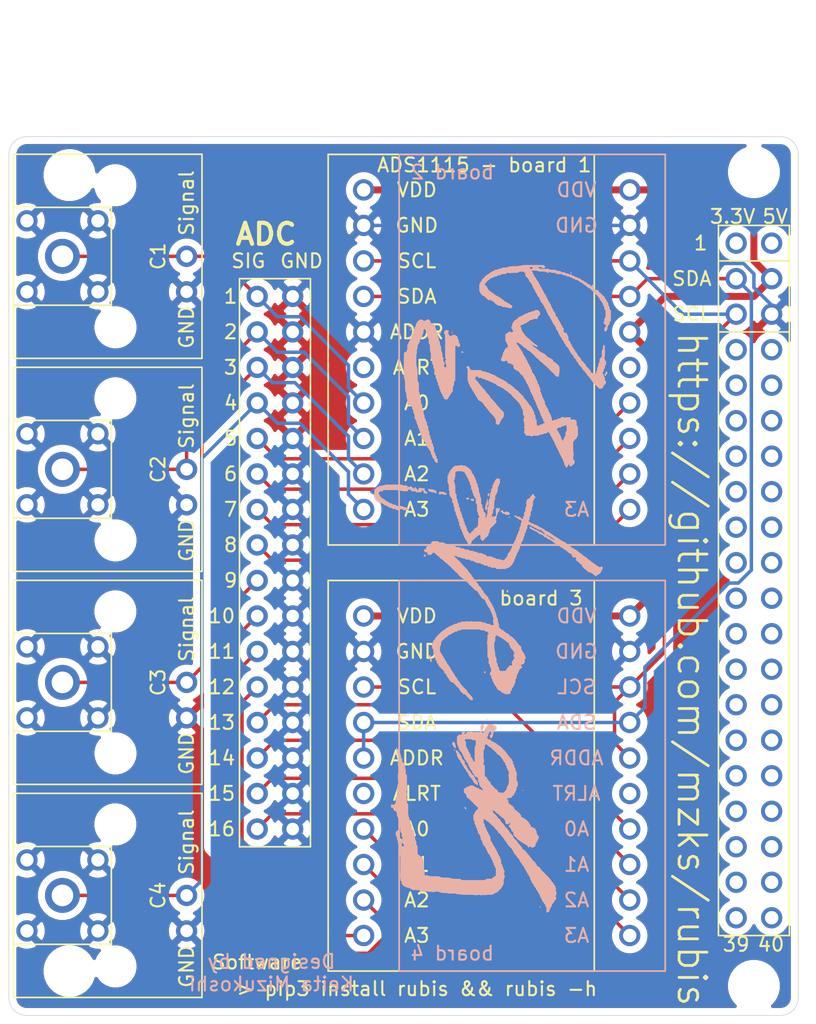
<source format=kicad_pcb>
(kicad_pcb (version 20171130) (host pcbnew "(5.1.10-1-10_14)")
  (layers (0 F.Cu signal) (31 B.Cu signal) (34 B.Paste user) (35 F.Paste user) (36 B.SilkS user) (37 F.SilkS user) (38 B.Mask user) (39 F.Mask user) (44 Edge.Cuts user))
  (net 0 "")
  (net 1 ch1)
  (net 2 ch2)
  (net 3 ch3)
  (net 4 ch4)
  (net 5 "Net-(U1-Pad1)")
  (net 6 +5V)
  (net 7 SDA)
  (net 8 SCL)
  (net 9 GND)
  (net 10 "Net-(U1-Pad7)")
  (net 11 "Net-(U1-Pad8)")
  (net 12 "Net-(U1-Pad10)")
  (net 13 "Net-(U1-Pad11)")
  (net 14 "Net-(U1-Pad12)")
  (net 15 "Net-(U1-Pad13)")
  (net 16 "Net-(U1-Pad15)")
  (net 17 "Net-(U1-Pad16)")
  (net 18 "Net-(U1-Pad17)")
  (net 19 "Net-(U1-Pad18)")
  (net 20 "Net-(U1-Pad19)")
  (net 21 "Net-(U1-Pad21)")
  (net 22 "Net-(U1-Pad22)")
  (net 23 "Net-(U1-Pad23)")
  (net 24 "Net-(U1-Pad24)")
  (net 25 "Net-(U1-Pad26)")
  (net 26 "Net-(U1-Pad27)")
  (net 27 "Net-(U1-Pad28)")
  (net 28 "Net-(U1-Pad29)")
  (net 29 "Net-(U1-Pad31)")
  (net 30 "Net-(U1-Pad32)")
  (net 31 "Net-(U1-Pad33)")
  (net 32 "Net-(U1-Pad35)")
  (net 33 "Net-(U1-Pad36)")
  (net 34 "Net-(U1-Pad37)")
  (net 35 "Net-(U1-Pad38)")
  (net 36 "Net-(U1-Pad40)")
  (net 37 ch5)
  (net 38 ch6)
  (net 39 ch7)
  (net 40 ch8)
  (net 41 ch9)
  (net 42 ch10)
  (net 43 ch11)
  (net 44 ch12)
  (net 45 ch13)
  (net 46 ch14)
  (net 47 ch15)
  (net 48 ch16)
  (net 49 "Net-(A1-Pad6)")
  (net 50 "Net-(A2-Pad6)")
  (net 51 "Net-(A3-Pad6)")
  (net 52 "Net-(A4-Pad6)")
  (net 53 "Net-(U1-Pad2)")
  (net 54 "Net-(U1-Pad39)")
  (net 55 "Net-(U1-Pad34)")
  (net 56 "Net-(U1-Pad30)")
  (net 57 "Net-(U1-Pad25)")
  (net 58 "Net-(U1-Pad20)")
  (net 59 "Net-(U1-Pad14)")
  (net 60 "Net-(U1-Pad9)")
  (module mzks_proto:hole2_7 (layer F.Cu) (at 124.99 120.015)
    (fp_text reference REF** hide)
    (fp_text value hole2_7 hide)
    (pad "" np_thru_hole circle (at 0 -0.635) (size 2.7 2.7) (drill 2.7) (layers *.Cu *.Mask))
  )
  (module mzks_proto:hole2_7 (layer F.Cu) (at 133.985 50.165)
    (fp_text reference REF** hide)
    (fp_text value hole2_7 hide)
    (pad "" np_thru_hole circle (at -8.995 12.275) (size 2.7 2.7) (drill 2.7) (layers *.Cu *.Mask))
  )
  (module mzks_proto:hole2_7 (layer F.Cu) (at 173.99 62.23)
    (fp_text reference REF** hide)
    (fp_text value hole2_7 hide)
    (pad "" np_thru_hole circle (at 0 0) (size 2.7 2.7) (drill 2.7) (layers *.Cu *.Mask))
  )
  (module mzks_proto:hole2_7 (layer F.Cu) (at 173.99 119.38)
    (fp_text reference REF** hide)
    (fp_text value hole2_7 hide)
    (pad "" np_thru_hole circle (at 0 1.06) (size 2.7 2.7) (drill 2.7) (layers *.Cu *.Mask))
  )
  (module logo:logo (layer B.Cu) (at 155.575 92.075 180)
    (fp_text reference G*** hide)
    (fp_text value LOGO hide)
  )
  (module mzks_proto:BNC (layer F.Cu) (at 133.375 113.97 90)
    (fp_text reference C4 (at 0 -2.04 90) (layer F.SilkS))
    (fp_text value BNC)
    (fp_text user GND (at -5.08 0 90) (layer F.SilkS))
    (fp_text user Signal (at 3.81 0 90) (layer F.SilkS))
    (pad "" np_thru_hole circle (at -5.08 -5.09 90) (size 2 2) (drill 2) (layers *.Cu *.Mask))
    (pad "" np_thru_hole circle (at 5.08 -5.1 90) (size 2 2) (drill 2) (layers *.Cu *.Mask))
    (pad 2 thru_hole circle (at -2.54 0 90) (size 1.524 1.524) (drill 0.9) (layers *.Cu *.Mask) (net 9 GND))
    (pad 1 thru_hole circle (at 0 0 90) (size 1.524 1.524) (drill 0.9) (layers *.Cu *.Mask) (net 4 ch4))
  )
  (module mzks_proto:2_16_socket (layer F.Cu) (at 139.7 90.17)
    (fp_text reference U2 hide)
    (fp_text value socket2_16 hide)
    (fp_text user 15 (at -3.81 16.51) (layer F.SilkS))
    (fp_text user 14 (at -3.81 13.97) (layer F.SilkS))
    (fp_text user 13 (at -3.81 11.43) (layer F.SilkS))
    (fp_text user 12 (at -3.81 8.89) (layer F.SilkS))
    (fp_text user 11 (at -3.81 6.35) (layer F.SilkS))
    (fp_text user 10 (at -3.81 3.81) (layer F.SilkS))
    (fp_text user 9 (at -3.175 1.27) (layer F.SilkS))
    (fp_text user 8 (at -3.175 -1.27) (layer F.SilkS))
    (fp_text user 7 (at -3.175 -3.81) (layer F.SilkS))
    (fp_text user 6 (at -3.175 -6.35) (layer F.SilkS))
    (fp_text user 5 (at -3.175 -8.89) (layer F.SilkS))
    (fp_text user 4 (at -3.175 -11.43) (layer F.SilkS))
    (fp_text user 3 (at -3.175 -13.97) (layer F.SilkS))
    (fp_text user 2 (at -3.175 -16.51) (layer F.SilkS))
    (fp_text user 16 (at -3.81 19.05) (layer F.SilkS))
    (fp_text user 1 (at -3.175 -19.05) (layer F.SilkS))
    (fp_text user GND (at 1.905 -21.59) (layer F.SilkS))
    (fp_text user SIG (at -1.905 -21.59) (layer F.SilkS))
    (pad 32 thru_hole circle (at 1.27 -19.05) (size 1.524 1.524) (drill 0.9) (layers *.Cu *.Mask) (net 9 GND))
    (pad 31 thru_hole circle (at 1.27 -16.51) (size 1.524 1.524) (drill 0.9) (layers *.Cu *.Mask) (net 9 GND))
    (pad 30 thru_hole circle (at 1.27 -13.97) (size 1.524 1.524) (drill 0.9) (layers *.Cu *.Mask) (net 9 GND))
    (pad 29 thru_hole circle (at 1.27 -11.43) (size 1.524 1.524) (drill 0.9) (layers *.Cu *.Mask) (net 9 GND))
    (pad 28 thru_hole circle (at 1.27 -8.89) (size 1.524 1.524) (drill 0.9) (layers *.Cu *.Mask) (net 9 GND))
    (pad 27 thru_hole circle (at 1.27 -6.35) (size 1.524 1.524) (drill 0.9) (layers *.Cu *.Mask) (net 9 GND))
    (pad 26 thru_hole circle (at 1.27 -3.81) (size 1.524 1.524) (drill 0.9) (layers *.Cu *.Mask) (net 9 GND))
    (pad 25 thru_hole circle (at 1.27 -1.27) (size 1.524 1.524) (drill 0.9) (layers *.Cu *.Mask) (net 9 GND))
    (pad 24 thru_hole circle (at 1.27 1.27) (size 1.524 1.524) (drill 0.9) (layers *.Cu *.Mask) (net 9 GND))
    (pad 23 thru_hole circle (at 1.27 3.81) (size 1.524 1.524) (drill 0.9) (layers *.Cu *.Mask) (net 9 GND))
    (pad 22 thru_hole circle (at 1.27 6.35) (size 1.524 1.524) (drill 0.9) (layers *.Cu *.Mask) (net 9 GND))
    (pad 21 thru_hole circle (at 1.27 8.89) (size 1.524 1.524) (drill 0.9) (layers *.Cu *.Mask) (net 9 GND))
    (pad 20 thru_hole circle (at 1.27 11.43) (size 1.524 1.524) (drill 0.9) (layers *.Cu *.Mask) (net 9 GND))
    (pad 19 thru_hole circle (at 1.27 13.97) (size 1.524 1.524) (drill 0.9) (layers *.Cu *.Mask) (net 9 GND))
    (pad 18 thru_hole circle (at 1.27 16.51) (size 1.524 1.524) (drill 0.9) (layers *.Cu *.Mask) (net 9 GND))
    (pad 17 thru_hole circle (at 1.27 19.05) (size 1.524 1.524) (drill 0.9) (layers *.Cu *.Mask) (net 9 GND))
    (pad 16 thru_hole circle (at -1.27 19.05) (size 1.524 1.524) (drill 0.9) (layers *.Cu *.Mask) (net 48 ch16))
    (pad 15 thru_hole circle (at -1.27 16.51) (size 1.524 1.524) (drill 0.9) (layers *.Cu *.Mask) (net 47 ch15))
    (pad 14 thru_hole circle (at -1.27 13.97) (size 1.524 1.524) (drill 0.9) (layers *.Cu *.Mask) (net 46 ch14))
    (pad 13 thru_hole circle (at -1.27 11.43) (size 1.524 1.524) (drill 0.9) (layers *.Cu *.Mask) (net 45 ch13))
    (pad 12 thru_hole circle (at -1.27 8.89) (size 1.524 1.524) (drill 0.9) (layers *.Cu *.Mask) (net 44 ch12))
    (pad 11 thru_hole circle (at -1.27 6.35) (size 1.524 1.524) (drill 0.9) (layers *.Cu *.Mask) (net 43 ch11))
    (pad 10 thru_hole circle (at -1.27 3.81) (size 1.524 1.524) (drill 0.9) (layers *.Cu *.Mask) (net 42 ch10))
    (pad 9 thru_hole circle (at -1.27 1.27) (size 1.524 1.524) (drill 0.9) (layers *.Cu *.Mask) (net 41 ch9))
    (pad 8 thru_hole circle (at -1.27 -1.27) (size 1.524 1.524) (drill 0.9) (layers *.Cu *.Mask) (net 40 ch8))
    (pad 7 thru_hole circle (at -1.27 -3.81) (size 1.524 1.524) (drill 0.9) (layers *.Cu *.Mask) (net 39 ch7))
    (pad 6 thru_hole circle (at -1.27 -6.35) (size 1.524 1.524) (drill 0.9) (layers *.Cu *.Mask) (net 38 ch6))
    (pad 5 thru_hole circle (at -1.27 -8.89) (size 1.524 1.524) (drill 0.9) (layers *.Cu *.Mask) (net 37 ch5))
    (pad 4 thru_hole circle (at -1.27 -11.43) (size 1.524 1.524) (drill 0.9) (layers *.Cu *.Mask) (net 4 ch4))
    (pad 3 thru_hole circle (at -1.27 -13.97) (size 1.524 1.524) (drill 0.9) (layers *.Cu *.Mask) (net 3 ch3))
    (pad 2 thru_hole circle (at -1.27 -16.51) (size 1.524 1.524) (drill 0.9) (layers *.Cu *.Mask) (net 2 ch2))
    (pad 1 thru_hole circle (at -1.27 -19.05) (size 1.524 1.524) (drill 0.9) (layers *.Cu *.Mask) (net 1 ch1))
  )
  (module mzks_proto:BNC (layer F.Cu) (at 133.375 68.25 90)
    (fp_text reference C1 (at 0 -2.04 90) (layer F.SilkS))
    (fp_text value BNC)
    (fp_text user GND (at -5.08 0 90) (layer F.SilkS))
    (fp_text user Signal (at 3.81 0 90) (layer F.SilkS))
    (pad "" np_thru_hole circle (at -5.08 -5.09 90) (size 2 2) (drill 2) (layers *.Cu *.Mask))
    (pad "" np_thru_hole circle (at 5.08 -5.1 90) (size 2 2) (drill 2) (layers *.Cu *.Mask))
    (pad 2 thru_hole circle (at -2.54 0 90) (size 1.524 1.524) (drill 0.9) (layers *.Cu *.Mask) (net 9 GND))
    (pad 1 thru_hole circle (at 0 0 90) (size 1.524 1.524) (drill 0.9) (layers *.Cu *.Mask) (net 1 ch1))
  )
  (module mzks_proto:BNC (layer F.Cu) (at 133.375 83.49 90)
    (fp_text reference C2 (at 0 -2.04 90) (layer F.SilkS))
    (fp_text value BNC)
    (fp_text user GND (at -5.08 0 90) (layer F.SilkS))
    (fp_text user Signal (at 3.81 0 90) (layer F.SilkS))
    (pad "" np_thru_hole circle (at -5.08 -5.09 90) (size 2 2) (drill 2) (layers *.Cu *.Mask))
    (pad "" np_thru_hole circle (at 5.08 -5.1 90) (size 2 2) (drill 2) (layers *.Cu *.Mask))
    (pad 2 thru_hole circle (at -2.54 0 90) (size 1.524 1.524) (drill 0.9) (layers *.Cu *.Mask) (net 9 GND))
    (pad 1 thru_hole circle (at 0 0 90) (size 1.524 1.524) (drill 0.9) (layers *.Cu *.Mask) (net 2 ch2))
  )
  (module mzks_proto:BNC (layer F.Cu) (at 133.375 98.73 90)
    (fp_text reference C3 (at 0 -2.04 90) (layer F.SilkS))
    (fp_text value BNC)
    (fp_text user GND (at -5.08 0 90) (layer F.SilkS))
    (fp_text user Signal (at 3.81 0 90) (layer F.SilkS))
    (pad "" np_thru_hole circle (at -5.08 -5.09 90) (size 2 2) (drill 2) (layers *.Cu *.Mask))
    (pad "" np_thru_hole circle (at 5.08 -5.1 90) (size 2 2) (drill 2) (layers *.Cu *.Mask))
    (pad 2 thru_hole circle (at -2.54 0 90) (size 1.524 1.524) (drill 0.9) (layers *.Cu *.Mask) (net 9 GND))
    (pad 1 thru_hole circle (at 0 0 90) (size 1.524 1.524) (drill 0.9) (layers *.Cu *.Mask) (net 3 ch3))
  )
  (module mzks_proto:rasp_40pin (layer F.Cu) (at 173.99 91.44)
    (fp_text reference U1 hide)
    (fp_text value RaspberryPi4 hide)
    (fp_text user 40 (at 1.22 26.03) (layer F.SilkS))
    (fp_text user 1 (at -3.81 -24.13) (layer F.SilkS))
    (fp_text user 5V (at 1.524 -26.035) (layer F.SilkS))
    (pad 40 thru_hole circle (at 1.27 24.13) (size 1.524 1.524) (drill 0.962) (layers *.Cu *.Mask) (net 36 "Net-(U1-Pad40)"))
    (pad 39 thru_hole circle (at -1.27 24.13) (size 1.524 1.524) (drill 0.962) (layers *.Cu *.Mask) (net 54 "Net-(U1-Pad39)"))
    (pad 38 thru_hole circle (at 1.27 21.59) (size 1.524 1.524) (drill 0.962) (layers *.Cu *.Mask) (net 35 "Net-(U1-Pad38)"))
    (pad 37 thru_hole circle (at -1.27 21.59) (size 1.524 1.524) (drill 0.962) (layers *.Cu *.Mask) (net 34 "Net-(U1-Pad37)"))
    (pad 36 thru_hole circle (at 1.27 19.05) (size 1.524 1.524) (drill 0.962) (layers *.Cu *.Mask) (net 33 "Net-(U1-Pad36)"))
    (pad 35 thru_hole circle (at -1.27 19.05) (size 1.524 1.524) (drill 0.962) (layers *.Cu *.Mask) (net 32 "Net-(U1-Pad35)"))
    (pad 34 thru_hole circle (at 1.27 16.51) (size 1.524 1.524) (drill 0.962) (layers *.Cu *.Mask) (net 55 "Net-(U1-Pad34)"))
    (pad 33 thru_hole circle (at -1.27 16.51) (size 1.524 1.524) (drill 0.962) (layers *.Cu *.Mask) (net 31 "Net-(U1-Pad33)"))
    (pad 32 thru_hole circle (at 1.27 13.97) (size 1.524 1.524) (drill 0.962) (layers *.Cu *.Mask) (net 30 "Net-(U1-Pad32)"))
    (pad 31 thru_hole circle (at -1.27 13.97) (size 1.524 1.524) (drill 0.962) (layers *.Cu *.Mask) (net 29 "Net-(U1-Pad31)"))
    (pad 30 thru_hole circle (at 1.27 11.43) (size 1.524 1.524) (drill 0.962) (layers *.Cu *.Mask) (net 56 "Net-(U1-Pad30)"))
    (pad 29 thru_hole circle (at -1.27 11.43) (size 1.524 1.524) (drill 0.962) (layers *.Cu *.Mask) (net 28 "Net-(U1-Pad29)"))
    (pad 28 thru_hole circle (at 1.27 8.89) (size 1.524 1.524) (drill 0.962) (layers *.Cu *.Mask) (net 27 "Net-(U1-Pad28)"))
    (pad 27 thru_hole circle (at -1.27 8.89) (size 1.524 1.524) (drill 0.962) (layers *.Cu *.Mask) (net 26 "Net-(U1-Pad27)"))
    (pad 26 thru_hole circle (at 1.27 6.35) (size 1.524 1.524) (drill 0.962) (layers *.Cu *.Mask) (net 25 "Net-(U1-Pad26)"))
    (pad 25 thru_hole circle (at -1.27 6.35) (size 1.524 1.524) (drill 0.962) (layers *.Cu *.Mask) (net 57 "Net-(U1-Pad25)"))
    (pad 24 thru_hole circle (at 1.27 3.81) (size 1.524 1.524) (drill 0.962) (layers *.Cu *.Mask) (net 24 "Net-(U1-Pad24)"))
    (pad 23 thru_hole circle (at -1.27 3.81) (size 1.524 1.524) (drill 0.962) (layers *.Cu *.Mask) (net 23 "Net-(U1-Pad23)"))
    (pad 22 thru_hole circle (at 1.27 1.27) (size 1.524 1.524) (drill 0.962) (layers *.Cu *.Mask) (net 22 "Net-(U1-Pad22)"))
    (pad 21 thru_hole circle (at -1.27 1.27) (size 1.524 1.524) (drill 0.962) (layers *.Cu *.Mask) (net 21 "Net-(U1-Pad21)"))
    (pad 20 thru_hole circle (at 1.27 -1.27) (size 1.524 1.524) (drill 0.962) (layers *.Cu *.Mask) (net 58 "Net-(U1-Pad20)"))
    (pad 19 thru_hole circle (at -1.27 -1.27) (size 1.524 1.524) (drill 0.962) (layers *.Cu *.Mask) (net 20 "Net-(U1-Pad19)"))
    (pad 18 thru_hole circle (at 1.27 -3.81) (size 1.524 1.524) (drill 0.962) (layers *.Cu *.Mask) (net 19 "Net-(U1-Pad18)"))
    (pad 17 thru_hole circle (at -1.27 -3.81) (size 1.524 1.524) (drill 0.962) (layers *.Cu *.Mask) (net 18 "Net-(U1-Pad17)"))
    (pad 16 thru_hole circle (at 1.27 -6.35) (size 1.524 1.524) (drill 0.962) (layers *.Cu *.Mask) (net 17 "Net-(U1-Pad16)"))
    (pad 15 thru_hole circle (at -1.27 -6.35) (size 1.524 1.524) (drill 0.962) (layers *.Cu *.Mask) (net 16 "Net-(U1-Pad15)"))
    (pad 14 thru_hole circle (at 1.27 -8.89) (size 1.524 1.524) (drill 0.962) (layers *.Cu *.Mask) (net 59 "Net-(U1-Pad14)"))
    (pad 13 thru_hole circle (at -1.27 -8.89) (size 1.524 1.524) (drill 0.962) (layers *.Cu *.Mask) (net 15 "Net-(U1-Pad13)"))
    (pad 12 thru_hole circle (at 1.27 -11.43) (size 1.524 1.524) (drill 0.962) (layers *.Cu *.Mask) (net 14 "Net-(U1-Pad12)"))
    (pad 11 thru_hole circle (at -1.27 -11.43) (size 1.524 1.524) (drill 0.962) (layers *.Cu *.Mask) (net 13 "Net-(U1-Pad11)"))
    (pad 10 thru_hole circle (at 1.27 -13.97) (size 1.524 1.524) (drill 0.962) (layers *.Cu *.Mask) (net 12 "Net-(U1-Pad10)"))
    (pad 9 thru_hole circle (at -1.27 -13.97) (size 1.524 1.524) (drill 0.962) (layers *.Cu *.Mask) (net 60 "Net-(U1-Pad9)"))
    (pad 8 thru_hole circle (at 1.27 -16.51) (size 1.524 1.524) (drill 0.962) (layers *.Cu *.Mask) (net 11 "Net-(U1-Pad8)"))
    (pad 7 thru_hole circle (at -1.27 -16.51) (size 1.524 1.524) (drill 0.962) (layers *.Cu *.Mask) (net 10 "Net-(U1-Pad7)"))
    (pad 6 thru_hole circle (at 1.27 -19.05) (size 1.524 1.524) (drill 0.962) (layers *.Cu *.Mask) (net 9 GND))
    (pad 5 thru_hole circle (at -1.27 -19.05) (size 1.524 1.524) (drill 0.962) (layers *.Cu *.Mask) (net 8 SCL))
    (pad 4 thru_hole circle (at 1.27 -21.59) (size 1.524 1.524) (drill 0.962) (layers *.Cu *.Mask) (net 6 +5V))
    (pad 3 thru_hole circle (at -1.27 -21.59) (size 1.524 1.524) (drill 0.962) (layers *.Cu *.Mask) (net 7 SDA))
    (pad 2 thru_hole circle (at 1.27 -24.13) (size 1.524 1.524) (drill 0.962) (layers *.Cu *.Mask) (net 53 "Net-(U1-Pad2)"))
    (pad 1 thru_hole circle (at -1.27 -24.13) (size 1.524 1.524) (drill 0.962) (layers *.Cu *.Mask) (net 5 "Net-(U1-Pad1)"))
  )
  (module mzks_proto:ads1115 (layer F.Cu) (at 153.67 73.66)
    (fp_text reference "ADS1115 - board 1" (at 1.016 -11.938) (layer F.SilkS))
    (fp_text value ADS1115 hide)
    (fp_text user A3 (at -3.81 12.7) (layer F.SilkS))
    (fp_text user A2 (at -3.81 10.16) (layer F.SilkS))
    (fp_text user A1 (at -3.81 7.62) (layer F.SilkS))
    (fp_text user A0 (at -3.81 5.08) (layer F.SilkS))
    (fp_text user ALRT (at -3.81 2.54) (layer F.SilkS))
    (fp_text user ADDR (at -3.81 0) (layer F.SilkS))
    (fp_text user SDA (at -3.81 -2.54) (layer F.SilkS))
    (fp_text user SCL (at -3.81 -5.08) (layer F.SilkS))
    (fp_text user GND (at -3.81 -7.62) (layer F.SilkS))
    (fp_text user VDD (at -3.81 -10.16) (layer F.SilkS))
    (pad 10 thru_hole circle (at -7.62 12.7) (size 1.524 1.524) (drill 0.962) (layers *.Cu *.Mask) (net 4 ch4))
    (pad 9 thru_hole circle (at -7.62 10.16) (size 1.524 1.524) (drill 0.962) (layers *.Cu *.Mask) (net 3 ch3))
    (pad 8 thru_hole circle (at -7.62 7.62) (size 1.524 1.524) (drill 0.962) (layers *.Cu *.Mask) (net 2 ch2))
    (pad 7 thru_hole circle (at -7.62 5.08) (size 1.524 1.524) (drill 0.962) (layers *.Cu *.Mask) (net 1 ch1))
    (pad 6 thru_hole circle (at -7.62 2.54) (size 1.524 1.524) (drill 0.962) (layers *.Cu *.Mask) (net 49 "Net-(A1-Pad6)"))
    (pad 5 thru_hole circle (at -7.62 0) (size 1.524 1.524) (drill 0.962) (layers *.Cu *.Mask) (net 9 GND))
    (pad 4 thru_hole circle (at -7.62 -2.54) (size 1.524 1.524) (drill 0.962) (layers *.Cu *.Mask) (net 7 SDA))
    (pad 3 thru_hole circle (at -7.62 -5.08) (size 1.524 1.524) (drill 0.962) (layers *.Cu *.Mask) (net 8 SCL))
    (pad 2 thru_hole circle (at -7.62 -7.62) (size 1.524 1.524) (drill 0.962) (layers *.Cu *.Mask) (net 9 GND))
    (pad 1 thru_hole circle (at -7.62 -10.16) (size 1.524 1.524) (drill 0.962) (layers *.Cu *.Mask) (net 6 +5V))
  )
  (module mzks_proto:ads1115 (layer B.Cu) (at 157.48 73.66 180)
    (fp_text reference A2 hide)
    (fp_text value ADS1115 hide)
    (fp_text user A3 (at -3.81 -12.7) (layer B.SilkS) (effects (justify mirror)))
    (fp_text user GND (at -3.81 7.62) (layer B.SilkS) (effects (justify mirror)))
    (fp_text user VDD (at -3.81 10.16) (layer B.SilkS) (effects (justify mirror)))
    (pad 10 thru_hole circle (at -7.62 -12.7 180) (size 1.524 1.524) (drill 0.962) (layers *.Cu *.Mask) (net 40 ch8))
    (pad 9 thru_hole circle (at -7.62 -10.16 180) (size 1.524 1.524) (drill 0.962) (layers *.Cu *.Mask) (net 39 ch7))
    (pad 8 thru_hole circle (at -7.62 -7.62 180) (size 1.524 1.524) (drill 0.962) (layers *.Cu *.Mask) (net 38 ch6))
    (pad 7 thru_hole circle (at -7.62 -5.08 180) (size 1.524 1.524) (drill 0.962) (layers *.Cu *.Mask) (net 37 ch5))
    (pad 6 thru_hole circle (at -7.62 -2.54 180) (size 1.524 1.524) (drill 0.962) (layers *.Cu *.Mask) (net 50 "Net-(A2-Pad6)"))
    (pad 5 thru_hole circle (at -7.62 0 180) (size 1.524 1.524) (drill 0.962) (layers *.Cu *.Mask) (net 6 +5V))
    (pad 4 thru_hole circle (at -7.62 2.54 180) (size 1.524 1.524) (drill 0.962) (layers *.Cu *.Mask) (net 7 SDA))
    (pad 3 thru_hole circle (at -7.62 5.08 180) (size 1.524 1.524) (drill 0.962) (layers *.Cu *.Mask) (net 8 SCL))
    (pad 2 thru_hole circle (at -7.62 7.62 180) (size 1.524 1.524) (drill 0.962) (layers *.Cu *.Mask) (net 9 GND))
    (pad 1 thru_hole circle (at -7.62 10.16 180) (size 1.524 1.524) (drill 0.962) (layers *.Cu *.Mask) (net 6 +5V))
  )
  (module mzks_proto:ads1115 (layer F.Cu) (at 153.67 104.14)
    (fp_text reference A3 hide)
    (fp_text value ADS1115)
    (fp_text user A3 (at -3.81 12.7) (layer F.SilkS))
    (fp_text user A2 (at -3.81 10.16) (layer F.SilkS))
    (fp_text user A1 (at -3.81 7.62) (layer F.SilkS))
    (fp_text user A0 (at -3.81 5.08) (layer F.SilkS))
    (fp_text user ALRT (at -3.81 2.54) (layer F.SilkS))
    (fp_text user ADDR (at -3.81 0) (layer F.SilkS))
    (fp_text user SDA (at -3.81 -2.54) (layer F.SilkS))
    (fp_text user SCL (at -3.81 -5.08) (layer F.SilkS))
    (fp_text user GND (at -3.81 -7.62) (layer F.SilkS))
    (fp_text user VDD (at -3.81 -10.16) (layer F.SilkS))
    (pad 10 thru_hole circle (at -7.62 12.7) (size 1.524 1.524) (drill 0.962) (layers *.Cu *.Mask) (net 44 ch12))
    (pad 9 thru_hole circle (at -7.62 10.16) (size 1.524 1.524) (drill 0.962) (layers *.Cu *.Mask) (net 43 ch11))
    (pad 8 thru_hole circle (at -7.62 7.62) (size 1.524 1.524) (drill 0.962) (layers *.Cu *.Mask) (net 42 ch10))
    (pad 7 thru_hole circle (at -7.62 5.08) (size 1.524 1.524) (drill 0.962) (layers *.Cu *.Mask) (net 41 ch9))
    (pad 6 thru_hole circle (at -7.62 2.54) (size 1.524 1.524) (drill 0.962) (layers *.Cu *.Mask) (net 51 "Net-(A3-Pad6)"))
    (pad 5 thru_hole circle (at -7.62 0) (size 1.524 1.524) (drill 0.962) (layers *.Cu *.Mask) (net 7 SDA))
    (pad 4 thru_hole circle (at -7.62 -2.54) (size 1.524 1.524) (drill 0.962) (layers *.Cu *.Mask) (net 7 SDA))
    (pad 3 thru_hole circle (at -7.62 -5.08) (size 1.524 1.524) (drill 0.962) (layers *.Cu *.Mask) (net 8 SCL))
    (pad 2 thru_hole circle (at -7.62 -7.62) (size 1.524 1.524) (drill 0.962) (layers *.Cu *.Mask) (net 9 GND))
    (pad 1 thru_hole circle (at -7.62 -10.16) (size 1.524 1.524) (drill 0.962) (layers *.Cu *.Mask) (net 6 +5V))
  )
  (module mzks_proto:ads1115 (layer B.Cu) (at 157.48 104.14 180)
    (fp_text reference A4 hide)
    (fp_text value ADS1115)
    (fp_text user A3 (at -3.81 -12.7) (layer B.SilkS) (effects (justify mirror)))
    (fp_text user A2 (at -3.81 -10.16) (layer B.SilkS) (effects (justify mirror)))
    (fp_text user A1 (at -3.81 -7.62) (layer B.SilkS) (effects (justify mirror)))
    (fp_text user A0 (at -3.81 -5.08) (layer B.SilkS) (effects (justify mirror)))
    (fp_text user ALRT (at -3.81 -2.54) (layer B.SilkS) (effects (justify mirror)))
    (fp_text user ADDR (at -3.81 0) (layer B.SilkS) (effects (justify mirror)))
    (fp_text user SDA (at -3.81 2.54) (layer B.SilkS) (effects (justify mirror)))
    (fp_text user SCL (at -3.81 5.08) (layer B.SilkS) (effects (justify mirror)))
    (fp_text user GND (at -3.81 7.62) (layer B.SilkS) (effects (justify mirror)))
    (fp_text user VDD (at -3.81 10.16) (layer B.SilkS) (effects (justify mirror)))
    (pad 10 thru_hole circle (at -7.62 -12.7 180) (size 1.524 1.524) (drill 0.962) (layers *.Cu *.Mask) (net 48 ch16))
    (pad 9 thru_hole circle (at -7.62 -10.16 180) (size 1.524 1.524) (drill 0.962) (layers *.Cu *.Mask) (net 47 ch15))
    (pad 8 thru_hole circle (at -7.62 -7.62 180) (size 1.524 1.524) (drill 0.962) (layers *.Cu *.Mask) (net 46 ch14))
    (pad 7 thru_hole circle (at -7.62 -5.08 180) (size 1.524 1.524) (drill 0.962) (layers *.Cu *.Mask) (net 45 ch13))
    (pad 6 thru_hole circle (at -7.62 -2.54 180) (size 1.524 1.524) (drill 0.962) (layers *.Cu *.Mask) (net 52 "Net-(A4-Pad6)"))
    (pad 5 thru_hole circle (at -7.62 0 180) (size 1.524 1.524) (drill 0.962) (layers *.Cu *.Mask) (net 8 SCL))
    (pad 4 thru_hole circle (at -7.62 2.54 180) (size 1.524 1.524) (drill 0.962) (layers *.Cu *.Mask) (net 7 SDA))
    (pad 3 thru_hole circle (at -7.62 5.08 180) (size 1.524 1.524) (drill 0.962) (layers *.Cu *.Mask) (net 8 SCL))
    (pad 2 thru_hole circle (at -7.62 7.62 180) (size 1.524 1.524) (drill 0.962) (layers *.Cu *.Mask) (net 9 GND))
    (pad 1 thru_hole circle (at -7.62 10.16 180) (size 1.524 1.524) (drill 0.962) (layers *.Cu *.Mask) (net 6 +5V))
  )
  (module mzks_proto:SMA (layer F.Cu) (at 124.485 68.25 90)
    (fp_text reference S1 hide)
    (fp_text value SMA)
    (pad 5 thru_hole circle (at 2.54 2.54 90) (size 1.524 1.524) (drill 0.95) (layers *.Cu *.Mask) (net 9 GND))
    (pad 4 thru_hole circle (at 2.54 -2.54 90) (size 1.524 1.524) (drill 0.95) (layers *.Cu *.Mask) (net 9 GND))
    (pad 3 thru_hole circle (at -2.54 -2.54 90) (size 1.524 1.524) (drill 0.95) (layers *.Cu *.Mask) (net 9 GND))
    (pad 2 thru_hole circle (at -2.54 2.54 90) (size 1.524 1.524) (drill 0.95) (layers *.Cu *.Mask) (net 9 GND))
    (pad 1 thru_hole circle (at 0 0 90) (size 2.5 2.5) (drill 1.55) (layers *.Cu *.Mask) (net 1 ch1))
  )
  (module mzks_proto:SMA (layer F.Cu) (at 124.485 83.49 90)
    (fp_text reference S2 hide)
    (fp_text value SMA)
    (pad 5 thru_hole circle (at 2.54 2.54 90) (size 1.524 1.524) (drill 0.95) (layers *.Cu *.Mask) (net 9 GND))
    (pad 4 thru_hole circle (at 2.54 -2.54 90) (size 1.524 1.524) (drill 0.95) (layers *.Cu *.Mask) (net 9 GND))
    (pad 3 thru_hole circle (at -2.54 -2.54 90) (size 1.524 1.524) (drill 0.95) (layers *.Cu *.Mask) (net 9 GND))
    (pad 2 thru_hole circle (at -2.54 2.54 90) (size 1.524 1.524) (drill 0.95) (layers *.Cu *.Mask) (net 9 GND))
    (pad 1 thru_hole circle (at 0 0 90) (size 2.5 2.5) (drill 1.55) (layers *.Cu *.Mask) (net 2 ch2))
  )
  (module mzks_proto:SMA (layer F.Cu) (at 124.485 98.73 90)
    (fp_text reference S3 hide)
    (fp_text value SMA)
    (pad 5 thru_hole circle (at 2.54 2.54 90) (size 1.524 1.524) (drill 0.95) (layers *.Cu *.Mask) (net 9 GND))
    (pad 4 thru_hole circle (at 2.54 -2.54 90) (size 1.524 1.524) (drill 0.95) (layers *.Cu *.Mask) (net 9 GND))
    (pad 3 thru_hole circle (at -2.54 -2.54 90) (size 1.524 1.524) (drill 0.95) (layers *.Cu *.Mask) (net 9 GND))
    (pad 2 thru_hole circle (at -2.54 2.54 90) (size 1.524 1.524) (drill 0.95) (layers *.Cu *.Mask) (net 9 GND))
    (pad 1 thru_hole circle (at 0 0 90) (size 2.5 2.5) (drill 1.55) (layers *.Cu *.Mask) (net 3 ch3))
  )
  (module mzks_proto:SMA (layer F.Cu) (at 124.485 113.97 90)
    (fp_text reference S4 hide)
    (fp_text value SMA)
    (pad 5 thru_hole circle (at 2.54 2.54 90) (size 1.524 1.524) (drill 0.95) (layers *.Cu *.Mask) (net 9 GND))
    (pad 4 thru_hole circle (at 2.54 -2.54 90) (size 1.524 1.524) (drill 0.95) (layers *.Cu *.Mask) (net 9 GND))
    (pad 3 thru_hole circle (at -2.54 -2.54 90) (size 1.524 1.524) (drill 0.95) (layers *.Cu *.Mask) (net 9 GND))
    (pad 2 thru_hole circle (at -2.54 2.54 90) (size 1.524 1.524) (drill 0.95) (layers *.Cu *.Mask) (net 9 GND))
    (pad 1 thru_hole circle (at 0 0 90) (size 2.5 2.5) (drill 1.55) (layers *.Cu *.Mask) (net 4 ch4))
  )
  (gr_text "Designed by\nKeita Mizukoshi" (at 139.446 119.507) (layer B.SilkS) (effects (font (size 1 1)) (justify mirror)))
  (gr_text "board 4" (at 152.4 118.11) (layer B.SilkS) (effects (font (size 1 1)) (justify mirror)))
  (gr_text "board 2" (at 152.4 62.23) (layer B.SilkS) (effects (font (size 1 1)) (justify mirror)))
  (gr_text "board 3\n" (at 158.75 92.71) (layer F.SilkS) (effects (font (size 1 1))))
  (gr_text Software (at 138.43 118.745) (layer F.SilkS) (effects (font (size 1 1))))
  (gr_text "> pip3 install rubis && rubis -h" (at 149.86 120.65) (layer F.SilkS) (effects (font (size 1 1))))
  (gr_text 3.3V (at 172.466 65.405) (layer F.SilkS) (effects (font (size 1 1))))
  (gr_text 39 (at 172.72 117.475) (layer F.SilkS) (effects (font (size 1 1))))
  (gr_arc (start 121.92 60.96) (end 121.92 59.69) (angle -90) (layer Edge.Cuts) (width 0.05))
  (gr_arc (start 121.92 121.285) (end 120.65 121.285) (angle -90) (layer Edge.Cuts) (width 0.05))
  (gr_arc (start 175.895 121.285) (end 175.895 122.555) (angle -90) (layer Edge.Cuts) (width 0.05))
  (gr_arc (start 175.895 60.96) (end 177.165 60.96) (angle -90) (layer Edge.Cuts) (width 0.05))
  (gr_line (start 121.92 122.555) (end 175.895 122.555) (layer Edge.Cuts) (width 0.05))
  (gr_line (start 120.65 60.96) (end 120.65 121.285) (layer Edge.Cuts) (width 0.05))
  (gr_line (start 175.895 59.69) (end 121.92 59.69) (layer Edge.Cuts) (width 0.05))
  (gr_line (start 177.165 121.285) (end 177.165 60.96) (layer Edge.Cuts) (width 0.05))
  (gr_line (start 171.45 73.66) (end 176.53 73.66) (layer F.SilkS) (width 0.12))
  (gr_line (start 171.45 68.58) (end 176.53 68.58) (layer F.SilkS) (width 0.12))
  (gr_text SCL (at 169.545 72.39) (layer F.SilkS) (effects (font (size 1 1))))
  (gr_text SDA (at 169.545 69.85) (layer F.SilkS) (effects (font (size 1 1))))
  (gr_text ADC (at 139.065 66.675) (layer F.SilkS) (effects (font (size 1.5 1.5) (thickness 0.3))))
  (gr_text https://github.com/mzks/rubis (at 169.545 97.79 -90) (layer F.SilkS) (effects (font (size 2 2) (thickness 0.2))))
  (segment (start 124.485 68.25) (end 133.375 68.25) (width 0.25) (layer F.Cu) (net 1))
  (segment (start 135.56 68.25) (end 138.43 71.12) (width 0.25) (layer F.Cu) (net 1))
  (segment (start 133.375 68.25) (end 135.56 68.25) (width 0.25) (layer F.Cu) (net 1))
  (segment (start 144.962999 77.652999) (end 146.05 78.74) (width 0.25) (layer B.Cu) (net 1))
  (segment (start 144.962999 76.044237) (end 144.962999 77.652999) (width 0.25) (layer B.Cu) (net 1))
  (segment (start 141.491761 72.572999) (end 144.962999 76.044237) (width 0.25) (layer B.Cu) (net 1))
  (segment (start 139.882999 72.572999) (end 141.491761 72.572999) (width 0.25) (layer B.Cu) (net 1))
  (segment (start 138.43 71.12) (end 139.882999 72.572999) (width 0.25) (layer B.Cu) (net 1))
  (segment (start 124.485 83.49) (end 133.375 83.49) (width 0.25) (layer F.Cu) (net 2))
  (segment (start 133.375 78.715) (end 138.43 73.66) (width 0.25) (layer F.Cu) (net 2))
  (segment (start 133.375 83.49) (end 133.375 78.715) (width 0.25) (layer F.Cu) (net 2))
  (segment (start 144.962999 78.289409) (end 144.962999 80.192999) (width 0.25) (layer B.Cu) (net 2))
  (segment (start 141.786589 75.112999) (end 144.962999 78.289409) (width 0.25) (layer B.Cu) (net 2))
  (segment (start 139.882999 75.112999) (end 141.786589 75.112999) (width 0.25) (layer B.Cu) (net 2))
  (segment (start 144.962999 80.192999) (end 146.05 81.28) (width 0.25) (layer B.Cu) (net 2))
  (segment (start 138.43 73.66) (end 139.882999 75.112999) (width 0.25) (layer B.Cu) (net 2))
  (segment (start 124.485 98.73) (end 133.375 98.73) (width 0.25) (layer F.Cu) (net 3))
  (segment (start 134.462001 80.167999) (end 138.43 76.2) (width 0.25) (layer F.Cu) (net 3))
  (segment (start 134.462001 97.642999) (end 134.462001 80.167999) (width 0.25) (layer F.Cu) (net 3))
  (segment (start 133.375 98.73) (end 134.462001 97.642999) (width 0.25) (layer F.Cu) (net 3))
  (segment (start 144.962999 82.732999) (end 146.05 83.82) (width 0.25) (layer B.Cu) (net 3))
  (segment (start 144.962999 81.124237) (end 144.962999 82.732999) (width 0.25) (layer B.Cu) (net 3))
  (segment (start 141.125763 77.287001) (end 144.962999 81.124237) (width 0.25) (layer B.Cu) (net 3))
  (segment (start 139.517001 77.287001) (end 141.125763 77.287001) (width 0.25) (layer B.Cu) (net 3))
  (segment (start 138.43 76.2) (end 139.517001 77.287001) (width 0.25) (layer B.Cu) (net 3))
  (segment (start 124.485 113.97) (end 133.375 113.97) (width 0.25) (layer F.Cu) (net 4))
  (segment (start 134.462001 82.707999) (end 138.43 78.74) (width 0.25) (layer B.Cu) (net 4))
  (segment (start 134.462001 112.882999) (end 134.462001 82.707999) (width 0.25) (layer B.Cu) (net 4))
  (segment (start 133.375 113.97) (end 134.462001 112.882999) (width 0.25) (layer B.Cu) (net 4))
  (segment (start 144.962999 85.272999) (end 146.05 86.36) (width 0.25) (layer B.Cu) (net 4))
  (segment (start 144.962999 83.664237) (end 144.962999 85.272999) (width 0.25) (layer B.Cu) (net 4))
  (segment (start 141.491761 80.192999) (end 144.962999 83.664237) (width 0.25) (layer B.Cu) (net 4))
  (segment (start 139.882999 80.192999) (end 141.491761 80.192999) (width 0.25) (layer B.Cu) (net 4))
  (segment (start 138.43 78.74) (end 139.882999 80.192999) (width 0.25) (layer B.Cu) (net 4))
  (segment (start 167.457001 71.302999) (end 165.1 73.66) (width 0.5) (layer F.Cu) (net 6))
  (segment (start 167.005 92.075) (end 165.1 93.98) (width 0.5) (layer F.Cu) (net 6))
  (segment (start 167.005 75.565) (end 167.005 92.075) (width 0.5) (layer F.Cu) (net 6))
  (segment (start 165.1 73.66) (end 167.005 75.565) (width 0.5) (layer F.Cu) (net 6))
  (segment (start 165.1 93.98) (end 146.05 93.98) (width 0.5) (layer F.Cu) (net 6))
  (segment (start 146.05 63.5) (end 165.1 63.5) (width 0.5) (layer F.Cu) (net 6))
  (segment (start 165.1 63.5) (end 170.518762 63.5) (width 0.5) (layer F.Cu) (net 6))
  (segment (start 171.45 63.5) (end 170.518762 63.5) (width 0.5) (layer F.Cu) (net 6))
  (segment (start 173.99 66.04) (end 171.45 63.5) (width 0.5) (layer F.Cu) (net 6))
  (segment (start 173.99 68.58) (end 173.99 66.04) (width 0.5) (layer F.Cu) (net 6))
  (segment (start 175.26 69.85) (end 173.99 68.58) (width 0.5) (layer F.Cu) (net 6))
  (segment (start 167.64 71.12) (end 167.457001 71.302999) (width 0.5) (layer F.Cu) (net 6))
  (segment (start 173.99 71.12) (end 167.64 71.12) (width 0.5) (layer F.Cu) (net 6))
  (segment (start 175.26 69.85) (end 173.99 71.12) (width 0.5) (layer F.Cu) (net 6))
  (segment (start 166.37 69.85) (end 165.1 71.12) (width 0.25) (layer F.Cu) (net 7))
  (segment (start 172.72 69.85) (end 166.37 69.85) (width 0.25) (layer F.Cu) (net 7))
  (segment (start 165.1 71.12) (end 146.05 71.12) (width 0.25) (layer F.Cu) (net 7))
  (segment (start 146.05 101.6) (end 146.05 104.14) (width 0.25) (layer B.Cu) (net 7))
  (segment (start 146.05 101.6) (end 165.1 101.6) (width 0.25) (layer B.Cu) (net 7))
  (segment (start 166.187001 100.512999) (end 165.1 101.6) (width 0.25) (layer B.Cu) (net 7))
  (segment (start 166.187001 97.634237) (end 166.187001 100.512999) (width 0.25) (layer B.Cu) (net 7))
  (segment (start 172.198239 91.622999) (end 166.187001 97.634237) (width 0.25) (layer B.Cu) (net 7))
  (segment (start 173.807001 90.691761) (end 172.875763 91.622999) (width 0.25) (layer B.Cu) (net 7))
  (segment (start 173.807001 70.937001) (end 173.807001 90.691761) (width 0.25) (layer B.Cu) (net 7))
  (segment (start 172.875763 91.622999) (end 172.198239 91.622999) (width 0.25) (layer B.Cu) (net 7))
  (segment (start 172.72 69.85) (end 173.807001 70.937001) (width 0.25) (layer B.Cu) (net 7))
  (segment (start 167.58001 96.57999) (end 165.1 99.06) (width 0.25) (layer F.Cu) (net 8))
  (segment (start 167.58001 77.52999) (end 167.58001 96.57999) (width 0.25) (layer F.Cu) (net 8))
  (segment (start 172.72 72.39) (end 167.58001 77.52999) (width 0.25) (layer F.Cu) (net 8))
  (segment (start 164.012999 103.052999) (end 165.1 104.14) (width 0.25) (layer F.Cu) (net 8))
  (segment (start 164.012999 100.147001) (end 164.012999 103.052999) (width 0.25) (layer F.Cu) (net 8))
  (segment (start 165.1 99.06) (end 164.012999 100.147001) (width 0.25) (layer F.Cu) (net 8))
  (segment (start 146.05 99.06) (end 165.1 99.06) (width 0.25) (layer F.Cu) (net 8))
  (segment (start 168.91 72.39) (end 165.1 68.58) (width 0.25) (layer B.Cu) (net 8))
  (segment (start 172.72 72.39) (end 168.91 72.39) (width 0.25) (layer B.Cu) (net 8))
  (segment (start 146.05 68.58) (end 165.1 68.58) (width 0.25) (layer F.Cu) (net 8))
  (segment (start 173.99 70.48359) (end 175.26 71.75359) (width 0.25) (layer B.Cu) (net 9))
  (segment (start 173.99 69.511238) (end 173.99 70.48359) (width 0.25) (layer B.Cu) (net 9))
  (segment (start 175.26 71.75359) (end 175.26 72.39) (width 0.25) (layer B.Cu) (net 9))
  (segment (start 173.241761 68.762999) (end 173.99 69.511238) (width 0.25) (layer B.Cu) (net 9))
  (segment (start 167.822999 68.762999) (end 173.241761 68.762999) (width 0.25) (layer B.Cu) (net 9))
  (segment (start 165.1 66.04) (end 167.822999 68.762999) (width 0.25) (layer B.Cu) (net 9))
  (segment (start 146.05 66.04) (end 165.1 66.04) (width 0.25) (layer B.Cu) (net 9))
  (segment (start 161.107001 82.732999) (end 165.1 78.74) (width 0.25) (layer F.Cu) (net 37))
  (segment (start 139.882999 82.732999) (end 161.107001 82.732999) (width 0.25) (layer F.Cu) (net 37))
  (segment (start 138.43 81.28) (end 139.882999 82.732999) (width 0.25) (layer F.Cu) (net 37))
  (segment (start 161.472999 84.907001) (end 165.1 81.28) (width 0.25) (layer F.Cu) (net 38))
  (segment (start 139.517001 84.907001) (end 161.472999 84.907001) (width 0.25) (layer F.Cu) (net 38))
  (segment (start 138.43 83.82) (end 139.517001 84.907001) (width 0.25) (layer F.Cu) (net 38))
  (segment (start 161.472999 87.447001) (end 165.1 83.82) (width 0.25) (layer F.Cu) (net 39))
  (segment (start 139.517001 87.447001) (end 161.472999 87.447001) (width 0.25) (layer F.Cu) (net 39))
  (segment (start 138.43 86.36) (end 139.517001 87.447001) (width 0.25) (layer F.Cu) (net 39))
  (segment (start 161.472999 89.987001) (end 165.1 86.36) (width 0.25) (layer F.Cu) (net 40))
  (segment (start 139.517001 89.987001) (end 161.472999 89.987001) (width 0.25) (layer F.Cu) (net 40))
  (segment (start 138.43 88.9) (end 139.517001 89.987001) (width 0.25) (layer F.Cu) (net 40))
  (segment (start 138.43 91.44) (end 135.255 94.615) (width 0.25) (layer F.Cu) (net 41))
  (segment (start 148.85502 112.02502) (end 146.05 109.22) (width 0.25) (layer F.Cu) (net 41))
  (segment (start 148.85502 116.916562) (end 148.85502 112.02502) (width 0.25) (layer F.Cu) (net 41))
  (segment (start 146.761564 119.010018) (end 148.85502 116.916562) (width 0.25) (layer F.Cu) (net 41))
  (segment (start 143.773609 119.010019) (end 146.761564 119.010018) (width 0.25) (layer F.Cu) (net 41))
  (segment (start 135.255 110.49141) (end 143.773609 119.010019) (width 0.25) (layer F.Cu) (net 41))
  (segment (start 135.255 94.615) (end 135.255 110.49141) (width 0.25) (layer F.Cu) (net 41))
  (segment (start 138.43 93.98) (end 135.89 96.52) (width 0.25) (layer F.Cu) (net 42))
  (segment (start 135.89 96.52) (end 135.89 110.49) (width 0.25) (layer F.Cu) (net 42))
  (segment (start 148.40501 116.730162) (end 148.40501 114.11501) (width 0.25) (layer F.Cu) (net 42))
  (segment (start 143.960009 118.560009) (end 146.575163 118.560009) (width 0.25) (layer F.Cu) (net 42))
  (segment (start 148.40501 114.11501) (end 146.05 111.76) (width 0.25) (layer F.Cu) (net 42))
  (segment (start 146.575163 118.560009) (end 148.40501 116.730162) (width 0.25) (layer F.Cu) (net 42))
  (segment (start 135.89 110.49) (end 143.960009 118.560009) (width 0.25) (layer F.Cu) (net 42))
  (segment (start 147.955 116.205) (end 146.05 114.3) (width 0.25) (layer F.Cu) (net 43))
  (segment (start 147.955 116.543762) (end 147.955 116.205) (width 0.25) (layer F.Cu) (net 43))
  (segment (start 144.77859 118.11) (end 146.388762 118.11) (width 0.25) (layer F.Cu) (net 43))
  (segment (start 136.525 109.85641) (end 144.77859 118.11) (width 0.25) (layer F.Cu) (net 43))
  (segment (start 136.525 98.425) (end 136.525 109.85641) (width 0.25) (layer F.Cu) (net 43))
  (segment (start 146.388762 118.11) (end 147.955 116.543762) (width 0.25) (layer F.Cu) (net 43))
  (segment (start 138.43 96.52) (end 136.525 98.425) (width 0.25) (layer F.Cu) (net 43))
  (segment (start 137.342999 100.147001) (end 137.342999 110.037999) (width 0.25) (layer F.Cu) (net 44))
  (segment (start 138.43 99.06) (end 137.342999 100.147001) (width 0.25) (layer F.Cu) (net 44))
  (segment (start 144.145 116.84) (end 146.05 116.84) (width 0.25) (layer F.Cu) (net 44))
  (segment (start 137.342999 110.037999) (end 144.145 116.84) (width 0.25) (layer F.Cu) (net 44))
  (segment (start 138.43 101.6) (end 139.7 100.33) (width 0.25) (layer F.Cu) (net 45))
  (segment (start 156.21 100.33) (end 165.1 109.22) (width 0.25) (layer F.Cu) (net 45))
  (segment (start 139.7 100.33) (end 156.21 100.33) (width 0.25) (layer F.Cu) (net 45))
  (segment (start 138.43 104.14) (end 139.7 102.87) (width 0.25) (layer F.Cu) (net 46))
  (segment (start 156.21 102.87) (end 165.1 111.76) (width 0.25) (layer F.Cu) (net 46))
  (segment (start 139.7 102.87) (end 156.21 102.87) (width 0.25) (layer F.Cu) (net 46))
  (segment (start 156.392999 105.592999) (end 165.1 114.3) (width 0.25) (layer F.Cu) (net 47))
  (segment (start 139.517001 105.592999) (end 156.392999 105.592999) (width 0.25) (layer F.Cu) (net 47))
  (segment (start 138.43 106.68) (end 139.517001 105.592999) (width 0.25) (layer F.Cu) (net 47))
  (segment (start 156.392999 108.132999) (end 165.1 116.84) (width 0.25) (layer F.Cu) (net 48))
  (segment (start 139.517001 108.132999) (end 156.392999 108.132999) (width 0.25) (layer F.Cu) (net 48))
  (segment (start 138.43 109.22) (end 139.517001 108.132999) (width 0.25) (layer F.Cu) (net 48))
  (zone (net 9) (net_name GND) (layer F.Cu) (connect_pads (clearance 0.508)) (min_thickness 0.254) (fill yes (arc_segments 32) (thermal_gap 0.508) (thermal_bridge_width 0.508))
    (polygon (pts (xy 178.435 123.19) (xy 120.015 123.19) (xy 120.015 59.055) (xy 178.435 59.055)))
  )
  (zone (net 9) (net_name GND) (layer B.Cu) (connect_pads (clearance 0.508)) (min_thickness 0.254) (fill yes (arc_segments 32) (thermal_gap 0.508) (thermal_bridge_width 0.508))
    (polygon (pts (xy 178.435 123.19) (xy 120.015 123.19) (xy 120.015 59.055) (xy 178.435 59.055)))
  )
)
</source>
